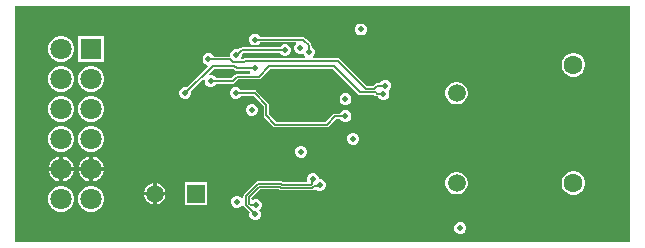
<source format=gbl>
G04*
G04 #@! TF.GenerationSoftware,Altium Limited,Altium Designer,21.9.2 (33)*
G04*
G04 Layer_Physical_Order=4*
G04 Layer_Color=16711680*
%FSAX44Y44*%
%MOMM*%
G71*
G04*
G04 #@! TF.SameCoordinates,37C0D4A5-8E60-4C82-868F-7AA08B848B10*
G04*
G04*
G04 #@! TF.FilePolarity,Positive*
G04*
G01*
G75*
%ADD12C,0.2000*%
%ADD32C,1.6000*%
%ADD59C,0.1411*%
%ADD62C,1.5000*%
%ADD63C,2.2000*%
%ADD64R,1.8000X1.8000*%
%ADD65C,1.8000*%
%ADD66R,1.5000X1.5000*%
%ADD67C,0.7000*%
%ADD68C,0.5000*%
%ADD69C,0.4600*%
G36*
X00522500Y-00100000D02*
X00002500D01*
Y00100000D01*
X00522500D01*
Y-00100000D01*
D02*
G37*
%LPC*%
G36*
X00296003Y00085040D02*
X00293997D01*
X00292145Y00084273D01*
X00290727Y00082855D01*
X00289960Y00081003D01*
Y00078998D01*
X00290727Y00077145D01*
X00292145Y00075727D01*
X00293997Y00074960D01*
X00296003D01*
X00297855Y00075727D01*
X00299273Y00077145D01*
X00300040Y00078998D01*
Y00081003D01*
X00299273Y00082855D01*
X00297855Y00084273D01*
X00296003Y00085040D01*
D02*
G37*
G36*
X00206502Y00076540D02*
X00204498D01*
X00202645Y00075773D01*
X00201227Y00074355D01*
X00200460Y00072502D01*
Y00070497D01*
X00201227Y00068645D01*
X00202645Y00067227D01*
X00204498Y00066460D01*
X00206502D01*
X00208355Y00067227D01*
X00209773Y00068645D01*
X00209997Y00069186D01*
X00239762D01*
X00240288Y00067916D01*
X00239477Y00067105D01*
X00238710Y00065252D01*
Y00063247D01*
X00239477Y00061395D01*
X00240895Y00059977D01*
X00242747Y00059210D01*
X00244753D01*
X00246287Y00059845D01*
X00246977Y00058178D01*
X00248071Y00057084D01*
X00247700Y00055844D01*
X00247681Y00055814D01*
X00197281D01*
X00196395Y00055638D01*
X00195644Y00055137D01*
X00195475Y00054967D01*
X00194384Y00055081D01*
X00193758Y00056213D01*
X00194290Y00057498D01*
Y00059455D01*
X00195021Y00060185D01*
X00226253D01*
X00226477Y00059645D01*
X00227895Y00058227D01*
X00229748Y00057460D01*
X00231752D01*
X00233605Y00058227D01*
X00235023Y00059645D01*
X00235790Y00061498D01*
Y00063502D01*
X00235023Y00065355D01*
X00233605Y00066773D01*
X00231752Y00067540D01*
X00229748D01*
X00227895Y00066773D01*
X00226477Y00065355D01*
X00226253Y00064815D01*
X00194062D01*
X00193176Y00064638D01*
X00192425Y00064137D01*
X00191367Y00063078D01*
X00190252Y00063540D01*
X00188248D01*
X00186395Y00062773D01*
X00184977Y00061355D01*
X00184210Y00059503D01*
Y00057498D01*
X00183921Y00057064D01*
X00170497D01*
X00170273Y00057605D01*
X00168855Y00059023D01*
X00167003Y00059790D01*
X00164998D01*
X00163145Y00059023D01*
X00161727Y00057605D01*
X00160960Y00055753D01*
Y00053748D01*
X00161727Y00051895D01*
X00163145Y00050477D01*
X00164998Y00049710D01*
X00165028D01*
X00165513Y00048537D01*
X00148043Y00031066D01*
X00147502Y00031290D01*
X00145498D01*
X00143645Y00030523D01*
X00142227Y00029105D01*
X00141460Y00027253D01*
Y00025247D01*
X00142227Y00023395D01*
X00143645Y00021977D01*
X00145498Y00021210D01*
X00147502D01*
X00149355Y00021977D01*
X00150773Y00023395D01*
X00151540Y00025247D01*
Y00027253D01*
X00151316Y00027793D01*
X00161554Y00038031D01*
X00162417Y00037637D01*
X00162710Y00037391D01*
Y00035498D01*
X00163477Y00033645D01*
X00164895Y00032227D01*
X00166747Y00031460D01*
X00168752D01*
X00170605Y00032227D01*
X00172023Y00033645D01*
X00172247Y00034186D01*
X00186375D01*
X00187261Y00034362D01*
X00188012Y00034863D01*
X00190941Y00037793D01*
X00208607D01*
X00209493Y00037969D01*
X00210244Y00038471D01*
X00218209Y00046435D01*
X00271291D01*
X00292573Y00025153D01*
X00293324Y00024652D01*
X00294210Y00024476D01*
X00306543D01*
X00307034Y00023985D01*
X00307784Y00023483D01*
X00308670Y00023307D01*
X00309469D01*
X00309897Y00022272D01*
X00311315Y00020855D01*
X00313168Y00020087D01*
X00315173D01*
X00317025Y00020855D01*
X00318443Y00022272D01*
X00319210Y00024125D01*
Y00026130D01*
X00318866Y00026961D01*
X00318605Y00028227D01*
X00320023Y00029645D01*
X00320790Y00031497D01*
Y00033503D01*
X00320023Y00035355D01*
X00318605Y00036773D01*
X00316752Y00037540D01*
X00314748D01*
X00312895Y00036773D01*
X00311477Y00035355D01*
X00311253Y00034815D01*
X00309042D01*
X00308156Y00034638D01*
X00307405Y00034137D01*
X00305262Y00031994D01*
X00300030D01*
X00276887Y00055137D01*
X00276136Y00055638D01*
X00275250Y00055814D01*
X00254479D01*
X00254460Y00055844D01*
X00254090Y00057084D01*
X00255184Y00058178D01*
X00255920Y00059957D01*
Y00061882D01*
X00255184Y00063661D01*
X00253822Y00065023D01*
X00253395Y00065200D01*
Y00066170D01*
X00253219Y00067055D01*
X00252717Y00067806D01*
X00252511Y00068012D01*
X00252427Y00068138D01*
X00248888Y00071677D01*
X00248762Y00071761D01*
X00247387Y00073137D01*
X00246636Y00073638D01*
X00245750Y00073815D01*
X00209997D01*
X00209773Y00074355D01*
X00208355Y00075773D01*
X00206502Y00076540D01*
D02*
G37*
G36*
X00077670Y00074500D02*
X00055670D01*
Y00052500D01*
X00077670D01*
Y00074500D01*
D02*
G37*
G36*
X00042718D02*
X00039822D01*
X00037024Y00073750D01*
X00034516Y00072302D01*
X00032468Y00070254D01*
X00031020Y00067746D01*
X00030270Y00064948D01*
Y00062052D01*
X00031020Y00059254D01*
X00032468Y00056746D01*
X00034516Y00054698D01*
X00037024Y00053250D01*
X00039822Y00052500D01*
X00042718D01*
X00045516Y00053250D01*
X00048024Y00054698D01*
X00050072Y00056746D01*
X00051520Y00059254D01*
X00052270Y00062052D01*
Y00064948D01*
X00051520Y00067746D01*
X00050072Y00070254D01*
X00048024Y00072302D01*
X00045516Y00073750D01*
X00042718Y00074500D01*
D02*
G37*
G36*
X00476316Y00060000D02*
X00473684D01*
X00471140Y00059318D01*
X00468860Y00058002D01*
X00466998Y00056140D01*
X00465681Y00053860D01*
X00465000Y00051316D01*
Y00048684D01*
X00465681Y00046140D01*
X00466998Y00043860D01*
X00468860Y00041998D01*
X00471140Y00040682D01*
X00473684Y00040000D01*
X00476316D01*
X00478860Y00040682D01*
X00481140Y00041998D01*
X00483002Y00043860D01*
X00484319Y00046140D01*
X00485000Y00048684D01*
Y00051316D01*
X00484319Y00053860D01*
X00483002Y00056140D01*
X00481140Y00058002D01*
X00478860Y00059318D01*
X00476316Y00060000D01*
D02*
G37*
G36*
X00068118Y00049100D02*
X00065222D01*
X00062424Y00048350D01*
X00059916Y00046902D01*
X00057868Y00044854D01*
X00056420Y00042346D01*
X00055670Y00039548D01*
Y00036652D01*
X00056420Y00033854D01*
X00057868Y00031346D01*
X00059916Y00029298D01*
X00062424Y00027850D01*
X00065222Y00027100D01*
X00068118D01*
X00070916Y00027850D01*
X00073424Y00029298D01*
X00075472Y00031346D01*
X00076920Y00033854D01*
X00077670Y00036652D01*
Y00039548D01*
X00076920Y00042346D01*
X00075472Y00044854D01*
X00073424Y00046902D01*
X00070916Y00048350D01*
X00068118Y00049100D01*
D02*
G37*
G36*
X00042718D02*
X00039822D01*
X00037024Y00048350D01*
X00034516Y00046902D01*
X00032468Y00044854D01*
X00031020Y00042346D01*
X00030270Y00039548D01*
Y00036652D01*
X00031020Y00033854D01*
X00032468Y00031346D01*
X00034516Y00029298D01*
X00037024Y00027850D01*
X00039822Y00027100D01*
X00042718D01*
X00045516Y00027850D01*
X00048024Y00029298D01*
X00050072Y00031346D01*
X00051520Y00033854D01*
X00052270Y00036652D01*
Y00039548D01*
X00051520Y00042346D01*
X00050072Y00044854D01*
X00048024Y00046902D01*
X00045516Y00048350D01*
X00042718Y00049100D01*
D02*
G37*
G36*
X00377251Y00035600D02*
X00374749D01*
X00372333Y00034953D01*
X00370167Y00033702D01*
X00368398Y00031933D01*
X00367147Y00029767D01*
X00366500Y00027351D01*
Y00024849D01*
X00367147Y00022433D01*
X00368398Y00020267D01*
X00370167Y00018498D01*
X00372333Y00017247D01*
X00374749Y00016600D01*
X00377251D01*
X00379667Y00017247D01*
X00381833Y00018498D01*
X00383602Y00020267D01*
X00384853Y00022433D01*
X00385500Y00024849D01*
Y00027351D01*
X00384853Y00029767D01*
X00383602Y00031933D01*
X00381833Y00033702D01*
X00379667Y00034953D01*
X00377251Y00035600D01*
D02*
G37*
G36*
X00283002Y00026290D02*
X00280998D01*
X00279145Y00025523D01*
X00277727Y00024105D01*
X00276960Y00022253D01*
Y00020247D01*
X00277727Y00018395D01*
X00279145Y00016977D01*
X00280998Y00016210D01*
X00283002D01*
X00284855Y00016977D01*
X00286273Y00018395D01*
X00287040Y00020247D01*
Y00022253D01*
X00286273Y00024105D01*
X00284855Y00025523D01*
X00283002Y00026290D01*
D02*
G37*
G36*
X00203601Y00016829D02*
X00201596D01*
X00199743Y00016062D01*
X00198325Y00014644D01*
X00197558Y00012792D01*
Y00010787D01*
X00198325Y00008934D01*
X00199743Y00007517D01*
X00201596Y00006749D01*
X00203601D01*
X00205453Y00007517D01*
X00206871Y00008934D01*
X00207638Y00010787D01*
Y00012792D01*
X00206871Y00014644D01*
X00205453Y00016062D01*
X00203601Y00016829D01*
D02*
G37*
G36*
X00068118Y00023700D02*
X00065222D01*
X00062424Y00022950D01*
X00059916Y00021502D01*
X00057868Y00019454D01*
X00056420Y00016946D01*
X00055670Y00014148D01*
Y00011252D01*
X00056420Y00008454D01*
X00057868Y00005946D01*
X00059916Y00003898D01*
X00062424Y00002450D01*
X00065222Y00001700D01*
X00068118D01*
X00070916Y00002450D01*
X00073424Y00003898D01*
X00075472Y00005946D01*
X00076920Y00008454D01*
X00077670Y00011252D01*
Y00014148D01*
X00076920Y00016946D01*
X00075472Y00019454D01*
X00073424Y00021502D01*
X00070916Y00022950D01*
X00068118Y00023700D01*
D02*
G37*
G36*
X00042718D02*
X00039822D01*
X00037024Y00022950D01*
X00034516Y00021502D01*
X00032468Y00019454D01*
X00031020Y00016946D01*
X00030270Y00014148D01*
Y00011252D01*
X00031020Y00008454D01*
X00032468Y00005946D01*
X00034516Y00003898D01*
X00037024Y00002450D01*
X00039822Y00001700D01*
X00042718D01*
X00045516Y00002450D01*
X00048024Y00003898D01*
X00050072Y00005946D01*
X00051520Y00008454D01*
X00052270Y00011252D01*
Y00014148D01*
X00051520Y00016946D01*
X00050072Y00019454D01*
X00048024Y00021502D01*
X00045516Y00022950D01*
X00042718Y00023700D01*
D02*
G37*
G36*
X00190002Y00031290D02*
X00187997D01*
X00186145Y00030523D01*
X00184727Y00029105D01*
X00183960Y00027253D01*
Y00025247D01*
X00184727Y00023395D01*
X00186145Y00021977D01*
X00187997Y00021210D01*
X00190002D01*
X00191855Y00021977D01*
X00193273Y00023395D01*
X00193497Y00023935D01*
X00204041D01*
X00212686Y00015291D01*
Y00007250D01*
X00212862Y00006364D01*
X00213363Y00005613D01*
X00221113Y-00002137D01*
X00221864Y-00002638D01*
X00222750Y-00002815D01*
X00266250D01*
X00267136Y-00002638D01*
X00267887Y-00002137D01*
X00274209Y00004186D01*
X00277503D01*
X00277727Y00003645D01*
X00279145Y00002227D01*
X00280998Y00001460D01*
X00283002D01*
X00284855Y00002227D01*
X00286273Y00003645D01*
X00287040Y00005497D01*
Y00007503D01*
X00286273Y00009355D01*
X00284855Y00010773D01*
X00283002Y00011540D01*
X00280998D01*
X00279145Y00010773D01*
X00277727Y00009355D01*
X00277503Y00008814D01*
X00273250D01*
X00272364Y00008638D01*
X00271614Y00008137D01*
X00265291Y00001814D01*
X00223709D01*
X00217314Y00008209D01*
Y00016250D01*
X00217138Y00017136D01*
X00216637Y00017887D01*
X00206637Y00027887D01*
X00205886Y00028388D01*
X00205000Y00028565D01*
X00193497D01*
X00193273Y00029105D01*
X00191855Y00030523D01*
X00190002Y00031290D01*
D02*
G37*
G36*
X00289503Y-00007460D02*
X00287498D01*
X00285645Y-00008227D01*
X00284227Y-00009645D01*
X00283460Y-00011497D01*
Y-00013503D01*
X00284227Y-00015355D01*
X00285645Y-00016773D01*
X00287498Y-00017540D01*
X00289503D01*
X00291355Y-00016773D01*
X00292773Y-00015355D01*
X00293540Y-00013503D01*
Y-00011497D01*
X00292773Y-00009645D01*
X00291355Y-00008227D01*
X00289503Y-00007460D01*
D02*
G37*
G36*
X00068118Y-00001700D02*
X00065222D01*
X00062424Y-00002450D01*
X00059916Y-00003898D01*
X00057868Y-00005946D01*
X00056420Y-00008454D01*
X00055670Y-00011252D01*
Y-00014148D01*
X00056420Y-00016946D01*
X00057868Y-00019454D01*
X00059916Y-00021502D01*
X00062424Y-00022950D01*
X00065222Y-00023700D01*
X00068118D01*
X00070916Y-00022950D01*
X00073424Y-00021502D01*
X00075472Y-00019454D01*
X00076920Y-00016946D01*
X00077670Y-00014148D01*
Y-00011252D01*
X00076920Y-00008454D01*
X00075472Y-00005946D01*
X00073424Y-00003898D01*
X00070916Y-00002450D01*
X00068118Y-00001700D01*
D02*
G37*
G36*
X00042718D02*
X00039822D01*
X00037024Y-00002450D01*
X00034516Y-00003898D01*
X00032468Y-00005946D01*
X00031020Y-00008454D01*
X00030270Y-00011252D01*
Y-00014148D01*
X00031020Y-00016946D01*
X00032468Y-00019454D01*
X00034516Y-00021502D01*
X00037024Y-00022950D01*
X00039822Y-00023700D01*
X00042718D01*
X00045516Y-00022950D01*
X00048024Y-00021502D01*
X00050072Y-00019454D01*
X00051520Y-00016946D01*
X00052270Y-00014148D01*
Y-00011252D01*
X00051520Y-00008454D01*
X00050072Y-00005946D01*
X00048024Y-00003898D01*
X00045516Y-00002450D01*
X00042718Y-00001700D01*
D02*
G37*
G36*
X00245502Y-00018460D02*
X00243498D01*
X00241645Y-00019227D01*
X00240227Y-00020645D01*
X00239460Y-00022497D01*
Y-00024502D01*
X00240227Y-00026355D01*
X00241645Y-00027773D01*
X00243498Y-00028540D01*
X00245502D01*
X00247355Y-00027773D01*
X00248773Y-00026355D01*
X00249540Y-00024502D01*
Y-00022497D01*
X00248773Y-00020645D01*
X00247355Y-00019227D01*
X00245502Y-00018460D01*
D02*
G37*
G36*
X00042770Y-00027631D02*
Y-00036600D01*
X00051739D01*
X00051054Y-00034047D01*
X00049672Y-00031653D01*
X00047717Y-00029698D01*
X00045323Y-00028316D01*
X00042770Y-00027631D01*
D02*
G37*
G36*
X00039770D02*
X00037217Y-00028316D01*
X00034823Y-00029698D01*
X00032868Y-00031653D01*
X00031486Y-00034047D01*
X00030801Y-00036600D01*
X00039770D01*
Y-00027631D01*
D02*
G37*
G36*
X00068170Y-00027631D02*
Y-00036600D01*
X00077139D01*
X00076454Y-00034047D01*
X00075072Y-00031653D01*
X00073117Y-00029698D01*
X00070723Y-00028316D01*
X00068170Y-00027631D01*
D02*
G37*
G36*
X00065170Y-00027632D02*
X00062617Y-00028316D01*
X00060223Y-00029698D01*
X00058268Y-00031653D01*
X00056886Y-00034047D01*
X00056202Y-00036600D01*
X00065170D01*
Y-00027632D01*
D02*
G37*
G36*
Y-00039600D02*
X00056202D01*
X00056886Y-00042153D01*
X00058268Y-00044547D01*
X00060223Y-00046502D01*
X00062617Y-00047884D01*
X00065170Y-00048568D01*
Y-00039600D01*
D02*
G37*
G36*
X00051739Y-00039600D02*
X00042770D01*
Y-00048569D01*
X00045323Y-00047884D01*
X00047717Y-00046502D01*
X00049672Y-00044547D01*
X00051054Y-00042153D01*
X00051739Y-00039600D01*
D02*
G37*
G36*
X00039770D02*
X00030801D01*
X00031486Y-00042153D01*
X00032868Y-00044547D01*
X00034823Y-00046502D01*
X00037217Y-00047884D01*
X00039770Y-00048569D01*
Y-00039600D01*
D02*
G37*
G36*
X00077138Y-00039600D02*
X00068170D01*
Y-00048569D01*
X00070723Y-00047884D01*
X00073117Y-00046502D01*
X00075072Y-00044547D01*
X00076454Y-00042153D01*
X00077138Y-00039600D01*
D02*
G37*
G36*
X00255339Y-00041712D02*
X00253334D01*
X00251481Y-00042479D01*
X00250064Y-00043897D01*
X00249296Y-00045749D01*
Y-00047754D01*
X00249558Y-00048387D01*
X00248853Y-00049443D01*
X00229291D01*
X00228889Y-00049041D01*
X00228236Y-00048604D01*
X00227465Y-00048451D01*
X00207744D01*
X00206974Y-00048604D01*
X00206320Y-00049041D01*
X00196145Y-00059216D01*
X00195709Y-00059869D01*
X00195556Y-00060640D01*
Y-00062674D01*
X00194286Y-00062926D01*
X00194273Y-00062895D01*
X00192855Y-00061477D01*
X00191003Y-00060710D01*
X00188997D01*
X00187145Y-00061477D01*
X00185727Y-00062895D01*
X00184960Y-00064748D01*
Y-00066753D01*
X00185727Y-00068605D01*
X00187145Y-00070023D01*
X00188997Y-00070790D01*
X00191003D01*
X00192855Y-00070023D01*
X00194273Y-00068605D01*
X00195459Y-00068695D01*
X00195585Y-00068756D01*
X00195709Y-00069381D01*
X00196145Y-00070034D01*
X00200985Y-00074874D01*
X00200710Y-00075537D01*
Y-00077543D01*
X00201477Y-00079395D01*
X00202895Y-00080813D01*
X00204748Y-00081580D01*
X00206752D01*
X00208605Y-00080813D01*
X00210023Y-00079395D01*
X00210790Y-00077543D01*
Y-00075537D01*
X00210023Y-00073685D01*
X00209108Y-00072770D01*
X00210315Y-00071562D01*
X00211082Y-00069710D01*
Y-00067705D01*
X00210315Y-00065852D01*
X00208897Y-00064435D01*
X00207045Y-00063667D01*
X00205040D01*
X00203534Y-00064291D01*
X00202440Y-00063781D01*
X00202321Y-00062527D01*
X00209689Y-00055159D01*
X00225520D01*
X00225922Y-00055561D01*
X00226576Y-00055998D01*
X00227346Y-00056151D01*
X00253934D01*
X00254704Y-00055998D01*
X00255358Y-00055561D01*
X00255386Y-00055533D01*
X00256656D01*
X00257284Y-00056161D01*
X00259137Y-00056929D01*
X00261142D01*
X00262994Y-00056161D01*
X00264412Y-00054744D01*
X00265179Y-00052891D01*
Y-00050886D01*
X00264412Y-00049034D01*
X00262994Y-00047616D01*
X00261142Y-00046849D01*
X00259376D01*
Y-00045749D01*
X00258609Y-00043897D01*
X00257191Y-00042479D01*
X00255339Y-00041712D01*
D02*
G37*
G36*
X00122000Y-00050085D02*
Y-00057500D01*
X00129416D01*
X00128887Y-00055526D01*
X00127702Y-00053474D01*
X00126026Y-00051798D01*
X00123974Y-00050613D01*
X00122000Y-00050085D01*
D02*
G37*
G36*
X00119000D02*
X00117026Y-00050613D01*
X00114974Y-00051798D01*
X00113298Y-00053474D01*
X00112113Y-00055526D01*
X00111585Y-00057500D01*
X00119000D01*
Y-00050085D01*
D02*
G37*
G36*
X00377251Y-00040600D02*
X00374749D01*
X00372333Y-00041247D01*
X00370167Y-00042498D01*
X00368398Y-00044267D01*
X00367147Y-00046433D01*
X00366500Y-00048849D01*
Y-00051351D01*
X00367147Y-00053767D01*
X00368398Y-00055933D01*
X00370167Y-00057702D01*
X00372333Y-00058953D01*
X00374749Y-00059600D01*
X00377251D01*
X00379667Y-00058953D01*
X00381833Y-00057702D01*
X00383602Y-00055933D01*
X00384853Y-00053767D01*
X00385500Y-00051351D01*
Y-00048849D01*
X00384853Y-00046433D01*
X00383602Y-00044267D01*
X00381833Y-00042498D01*
X00379667Y-00041247D01*
X00377251Y-00040600D01*
D02*
G37*
G36*
X00476316Y-00040000D02*
X00473684D01*
X00471140Y-00040682D01*
X00468860Y-00041998D01*
X00466998Y-00043860D01*
X00465681Y-00046140D01*
X00465000Y-00048684D01*
Y-00051316D01*
X00465681Y-00053860D01*
X00466998Y-00056140D01*
X00468860Y-00058002D01*
X00471140Y-00059318D01*
X00473684Y-00060000D01*
X00476316D01*
X00478860Y-00059318D01*
X00481140Y-00058002D01*
X00483002Y-00056140D01*
X00484319Y-00053860D01*
X00485000Y-00051316D01*
Y-00048684D01*
X00484319Y-00046140D01*
X00483002Y-00043860D01*
X00481140Y-00041998D01*
X00478860Y-00040682D01*
X00476316Y-00040000D01*
D02*
G37*
G36*
X00129416Y-00060500D02*
X00122000D01*
Y-00067916D01*
X00123974Y-00067387D01*
X00126026Y-00066202D01*
X00127702Y-00064526D01*
X00128887Y-00062474D01*
X00129416Y-00060500D01*
D02*
G37*
G36*
X00119000D02*
X00111585D01*
X00112113Y-00062474D01*
X00113298Y-00064526D01*
X00114974Y-00066202D01*
X00117026Y-00067387D01*
X00119000Y-00067916D01*
Y-00060500D01*
D02*
G37*
G36*
X00165000Y-00049500D02*
X00146000D01*
Y-00068500D01*
X00165000D01*
Y-00049500D01*
D02*
G37*
G36*
X00068118Y-00052500D02*
X00065222D01*
X00062424Y-00053250D01*
X00059916Y-00054698D01*
X00057868Y-00056746D01*
X00056420Y-00059254D01*
X00055670Y-00062052D01*
Y-00064948D01*
X00056420Y-00067746D01*
X00057868Y-00070254D01*
X00059916Y-00072302D01*
X00062424Y-00073750D01*
X00065222Y-00074500D01*
X00068118D01*
X00070916Y-00073750D01*
X00073424Y-00072302D01*
X00075472Y-00070254D01*
X00076920Y-00067746D01*
X00077670Y-00064948D01*
Y-00062052D01*
X00076920Y-00059254D01*
X00075472Y-00056746D01*
X00073424Y-00054698D01*
X00070916Y-00053250D01*
X00068118Y-00052500D01*
D02*
G37*
G36*
X00042718D02*
X00039822D01*
X00037024Y-00053250D01*
X00034516Y-00054698D01*
X00032468Y-00056746D01*
X00031020Y-00059254D01*
X00030270Y-00062052D01*
Y-00064948D01*
X00031020Y-00067746D01*
X00032468Y-00070254D01*
X00034516Y-00072302D01*
X00037024Y-00073750D01*
X00039822Y-00074500D01*
X00042718D01*
X00045516Y-00073750D01*
X00048024Y-00072302D01*
X00050072Y-00070254D01*
X00051520Y-00067746D01*
X00052270Y-00064948D01*
Y-00062052D01*
X00051520Y-00059254D01*
X00050072Y-00056746D01*
X00048024Y-00054698D01*
X00045516Y-00053250D01*
X00042718Y-00052500D01*
D02*
G37*
G36*
X00380252Y-00083210D02*
X00378247D01*
X00376395Y-00083977D01*
X00374977Y-00085395D01*
X00374210Y-00087247D01*
Y-00089253D01*
X00374977Y-00091105D01*
X00376395Y-00092523D01*
X00378247Y-00093290D01*
X00380252D01*
X00382105Y-00092523D01*
X00383523Y-00091105D01*
X00384290Y-00089253D01*
Y-00087247D01*
X00383523Y-00085395D01*
X00382105Y-00083977D01*
X00380252Y-00083210D01*
D02*
G37*
%LPD*%
G36*
X00188540Y00045363D02*
X00189291Y00044862D01*
X00190177Y00044686D01*
X00200753D01*
X00200977Y00044145D01*
X00201431Y00043692D01*
X00200905Y00042422D01*
X00189982D01*
X00189096Y00042245D01*
X00188346Y00041744D01*
X00185416Y00038814D01*
X00172247D01*
X00172023Y00039355D01*
X00170605Y00040773D01*
X00168752Y00041540D01*
X00166859D01*
X00166613Y00041833D01*
X00166219Y00042696D01*
X00170374Y00046851D01*
X00187053D01*
X00188540Y00045363D01*
D02*
G37*
D12*
X00189000Y00026250D02*
X00205000D01*
X00215000Y00016250D01*
X00251080Y00060920D02*
Y00066170D01*
X00245750Y00071500D02*
X00247210Y00070040D01*
X00250790Y00066460D02*
X00251080Y00066170D01*
X00247252Y00070040D02*
X00250790Y00066502D01*
X00205500Y00071500D02*
X00245750D01*
X00250790Y00066460D02*
Y00066502D01*
X00247210Y00070040D02*
X00247252D01*
X00169415Y00049165D02*
X00188012D01*
X00146500Y00026250D02*
X00169415Y00049165D01*
X00184458Y00054750D02*
X00186748Y00052460D01*
X00166000Y00054750D02*
X00184458D01*
X00186748Y00052460D02*
X00196241D01*
X00188012Y00049165D02*
X00190177Y00047000D01*
X00205250D01*
X00196241Y00052460D02*
X00197281Y00053500D01*
X00189982Y00040107D02*
X00208607D01*
X00186375Y00036500D02*
X00189982Y00040107D01*
X00167750Y00036500D02*
X00186375D01*
X00208607Y00040107D02*
X00217250Y00048750D01*
X00272250D01*
X00294210Y00026790D01*
X00307502D02*
X00308670Y00025622D01*
X00294210Y00026790D02*
X00307502D01*
X00313676Y00025622D02*
X00314170Y00025127D01*
X00306221Y00029679D02*
X00309042Y00032500D01*
X00299071Y00029679D02*
X00306221D01*
X00275250Y00053500D02*
X00299071Y00029679D01*
X00308670Y00025622D02*
X00313676D01*
X00309042Y00032500D02*
X00315750D01*
X00197281Y00053500D02*
X00275250D01*
X00190062Y00058500D02*
X00194062Y00062500D01*
X00230750D01*
X00189250Y00058500D02*
X00190062D01*
X00215000Y00007250D02*
Y00016250D01*
Y00007250D02*
X00222750Y-00000500D01*
X00266250D01*
X00273250Y00006500D01*
X00282000D01*
D32*
X00475000Y00050000D02*
D03*
Y-00050000D02*
D03*
D59*
X00205499Y-00076540D02*
X00205750D01*
X00200250Y-00067500D02*
X00201750Y-00069000D01*
X00205750D02*
X00206042Y-00068707D01*
X00201750Y-00069000D02*
X00205750D01*
X00197570Y-00068610D02*
X00205499Y-00076540D01*
X00200250Y-00067500D02*
Y-00061750D01*
X00197570Y-00068610D02*
Y-00060640D01*
X00207744Y-00050465D01*
X00226355Y-00053145D02*
X00227346Y-00054137D01*
X00207744Y-00050465D02*
X00227465D01*
X00200250Y-00061750D02*
X00208855Y-00053145D01*
X00226355D01*
X00227465Y-00050465D02*
X00228456Y-00051456D01*
X00255353Y-00052717D02*
X00255737D01*
X00253650Y-00050630D02*
Y-00047439D01*
X00228456Y-00051456D02*
X00252823D01*
X00253650Y-00050630D01*
X00227346Y-00054137D02*
X00253934D01*
X00255353Y-00052717D01*
X00255737D02*
X00255878Y-00052576D01*
X00253650Y-00047439D02*
X00254336Y-00046752D01*
X00259453Y-00052576D02*
X00260139Y-00051889D01*
X00255878Y-00052576D02*
X00259453D01*
D62*
X00376000Y00026100D02*
D03*
Y00000700D02*
D03*
Y-00024700D02*
D03*
Y-00050100D02*
D03*
X00120500Y-00059000D02*
D03*
D63*
X00449600Y00024600D02*
D03*
X00500400D02*
D03*
Y00075400D02*
D03*
X00449600D02*
D03*
Y-00075400D02*
D03*
X00500400D02*
D03*
Y-00024600D02*
D03*
X00449600D02*
D03*
D64*
X00066670Y00063500D02*
D03*
D65*
Y00038100D02*
D03*
X00041270Y00063500D02*
D03*
Y00038100D02*
D03*
X00066670Y-00012700D02*
D03*
X00041270D02*
D03*
X00066670Y-00063500D02*
D03*
X00041270D02*
D03*
Y-00038100D02*
D03*
X00066670D02*
D03*
X00041270Y00012700D02*
D03*
X00066670D02*
D03*
D66*
X00155500Y-00059000D02*
D03*
D67*
X00420000Y00000000D02*
D03*
Y-00030000D02*
D03*
Y00020000D02*
D03*
X00360000Y00030000D02*
D03*
Y00000000D02*
D03*
Y-00030000D02*
D03*
X00400000D02*
D03*
Y00000000D02*
D03*
X00320000Y00070000D02*
D03*
X00290000Y00062500D02*
D03*
X00330000Y00030000D02*
D03*
Y-00030000D02*
D03*
X00310000D02*
D03*
X00290000D02*
D03*
X00170000Y-00020000D02*
D03*
X00010000Y00090000D02*
D03*
Y-00090000D02*
D03*
X00139000Y00000000D02*
D03*
X00145500Y00058500D02*
D03*
X00093250Y00058250D02*
D03*
X00088500Y00043750D02*
D03*
X00145500Y00043250D02*
D03*
X00120500Y00026750D02*
D03*
X00092500Y00027750D02*
D03*
X00086250Y00010750D02*
D03*
X00120500Y00011250D02*
D03*
X00085000Y-00005500D02*
D03*
X00347500Y00067500D02*
D03*
X00385000D02*
D03*
X00325000Y-00050000D02*
D03*
X00277500Y-00047500D02*
D03*
X00282500Y-00070000D02*
D03*
X00270000D02*
D03*
D68*
X00243750Y00064250D02*
D03*
X00427500Y00067500D02*
D03*
X00379250Y-00088250D02*
D03*
X00202598Y00011789D02*
D03*
X00189000Y00026250D02*
D03*
X00146500D02*
D03*
X00166000Y00054750D02*
D03*
X00167750Y00036500D02*
D03*
X00314170Y00025127D02*
D03*
X00305000Y00020750D02*
D03*
X00315750Y00032500D02*
D03*
X00189250Y00058500D02*
D03*
X00205500Y00071500D02*
D03*
X00190000Y-00065750D02*
D03*
X00244500Y-00015500D02*
D03*
X00237246Y-00015506D02*
D03*
X00208000Y-00007250D02*
D03*
X00202791Y00034067D02*
D03*
X00288500Y-00012500D02*
D03*
X00244500Y-00023500D02*
D03*
X00295000Y00080000D02*
D03*
X00205750Y-00076540D02*
D03*
X00206042Y-00068707D02*
D03*
X00260139Y-00051889D02*
D03*
X00254336Y-00046752D02*
D03*
X00205250Y00047000D02*
D03*
X00230750Y00062500D02*
D03*
X00282000Y00021250D02*
D03*
X00332500Y-00090500D02*
D03*
X00338125Y-00056375D02*
D03*
X00304625Y-00006125D02*
D03*
X00229875Y-00044875D02*
D03*
X00266875Y-00039625D02*
D03*
X00251875D02*
D03*
X00196875Y-00024625D02*
D03*
X00187500Y-00000500D02*
D03*
X00162125Y00010125D02*
D03*
X00174125Y00026125D02*
D03*
Y00043125D02*
D03*
X00222125Y00092875D02*
D03*
X00235125Y00087125D02*
D03*
X00245125D02*
D03*
X00271125Y00090625D02*
D03*
X00261125D02*
D03*
X00304750Y00036750D02*
D03*
X00282000Y00006500D02*
D03*
X00340250Y00007250D02*
D03*
X00227500Y00007500D02*
D03*
Y00018500D02*
D03*
Y00029500D02*
D03*
Y00040500D02*
D03*
X00238500Y00007500D02*
D03*
Y00018500D02*
D03*
Y00029500D02*
D03*
Y00040500D02*
D03*
X00249500Y00007500D02*
D03*
Y00018500D02*
D03*
Y00029500D02*
D03*
Y00040500D02*
D03*
X00260500Y00007500D02*
D03*
Y00018500D02*
D03*
Y00029500D02*
D03*
Y00040500D02*
D03*
D69*
X00251080Y00060920D02*
D03*
M02*

</source>
